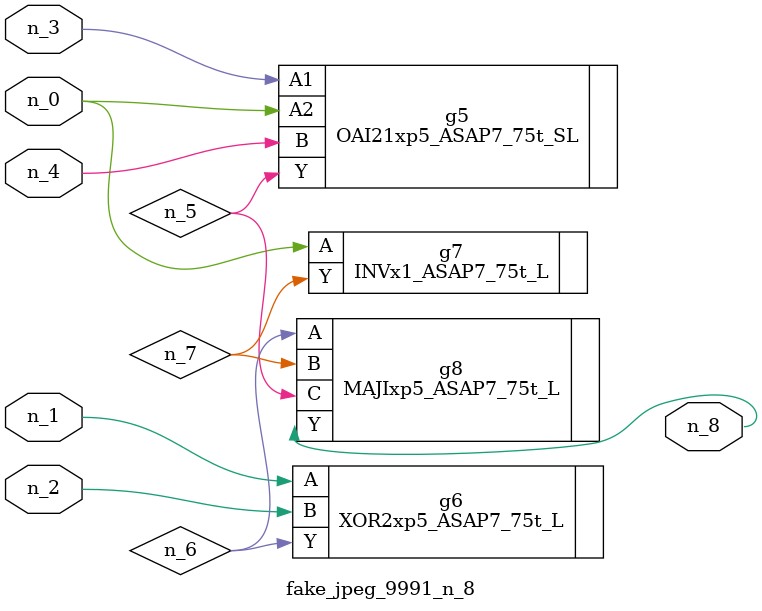
<source format=v>
module fake_jpeg_9991_n_8 (n_3, n_2, n_1, n_0, n_4, n_8);

input n_3;
input n_2;
input n_1;
input n_0;
input n_4;

output n_8;

wire n_6;
wire n_5;
wire n_7;

OAI21xp5_ASAP7_75t_SL g5 ( 
.A1(n_3),
.A2(n_0),
.B(n_4),
.Y(n_5)
);

XOR2xp5_ASAP7_75t_L g6 ( 
.A(n_1),
.B(n_2),
.Y(n_6)
);

INVx1_ASAP7_75t_L g7 ( 
.A(n_0),
.Y(n_7)
);

MAJIxp5_ASAP7_75t_L g8 ( 
.A(n_6),
.B(n_7),
.C(n_5),
.Y(n_8)
);


endmodule
</source>
